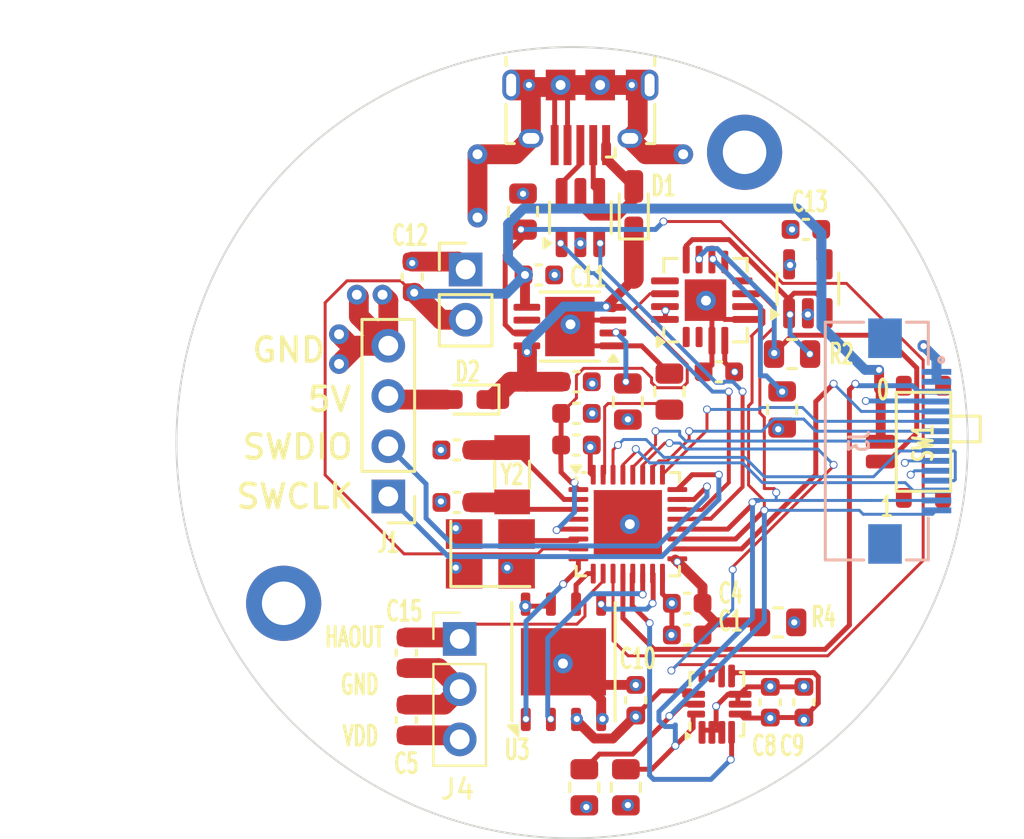
<source format=kicad_pcb>
(kicad_pcb (version 20240108) (generator "pcbnew") (generator_version "8.0")
  (layers (0 "F.Cu" signal) (1 "In1.Cu" power "GND") (2 "In2.Cu" power "VDD") (31 "B.Cu" signal) (34 "B.Paste" user) (35 "F.Paste" user) (36 "B.SilkS" user "B.Silkscreen") (37 "F.SilkS" user "F.Silkscreen") (38 "B.Mask" user) (39 "F.Mask" user) (44 "Edge.Cuts" user))
  (net 0 "")
  (net 1 "GND")
  (net 2 "VIN")
  (net 3 "SWCLK")
  (net 4 "SWDIO")
  (net 5 "TP_INT")
  (net 6 "OSC32_OUT")
  (net 7 "LCD_MOSI")
  (net 8 "OSC32_IN")
  (net 9 "CLKIN")
  (net 12 "GYRO_INT1")
  (net 13 "GYRO_INT2")
  (net 14 "LCD_RS")
  (net 15 "LCD_NSS")
  (net 16 "CHARGE")
  (net 17 "BAT")
  (net 18 "Net-(U4-PROG)")
  (net 19 "Net-(U5-BYP)")
  (net 20 "LCD_SCK")
  (net 21 "Net-(U1-PH3)")
  (net 22 "I2C1_SCL")
  (net 23 "LCD_RST")
  (net 24 "LEDA")
  (net 25 "I2C1_SDA")
  (net 26 "Net-(D1-A)")
  (net 28 "Net-(U6-PV)")
  (net 31 "QUADSPI_IO0")
  (net 32 "QUADSPI_NCS")
  (net 33 "QUADSPI_IO1")
  (net 34 "QUADSPI_CLK")
  (net 35 "HEARTBEAT_AOUT")
  (net 36 "VDD")
  (net 37 "Net-(D2-A)")
  (net 40 "BATSHUNTH")
  (net 42 "Net-(J5-D+)")
  (net 43 "Net-(J5-D-)")
  (net 45 "VDDSHUNTL")
  (net 46 "BATSHUNTL")
  (net 47 "USB_D+")
  (net 48 "USB_D-")
  (footprint "Capacitor_SMD:C_0603_1608Metric" (layer "F.Cu") (at 155.8 85.5 180)
    (property "Reference" "C11")
    (property "Value" "4.7uf")
  )
  (footprint "Connector_USB:USB_Micro-B_Amphenol_10118194_Horizontal" (layer "F.Cu") (at 157.9 77.2 180)
    (property "Reference" "J5" (hide yes))
    (property "Value" "USB_B_Micro")
  )
  (footprint "MountingHole:MountingHole_2.2mm_M2_DIN965_Pad" (layer "F.Cu") (at 142.9 102.1)
    (property "Reference" "REF**" (hide yes))
    (property "Value" "MountingHole_2.2mm_M2_DIN965_Pad")
  )
  (footprint "Package_LGA:LGA-14_3x2.5mm_P0.5mm_LayoutBorder3x4y" (layer "F.Cu") (at 164.8 107.2 90)
    (property "Reference" "U2" (hide yes))
    (property "Value" "LSM6DS3")
  )
  (footprint "Capacitor_SMD:C_0603_1608Metric" (layer "F.Cu") (at 149.1 104.6 -90)
    (property "Reference" "C15")
    (property "Value" "100nf")
  )
  (footprint "Resistor_SMD:R_0805_2012Metric" (layer "F.Cu") (at 158.1 111.4 90)
    (property "Reference" "R5" (hide yes))
    (property "Value" "4.7k")
  )
  (footprint "Capacitor_SMD:C_0603_1608Metric" (layer "F.Cu") (at 169.3 83.2 180)
    (property "Reference" "C13")
    (property "Value" "4.7uf")
  )
  (footprint "Resistor_SMD:R_0805_2012Metric" (layer "F.Cu") (at 155 82.3 -90)
    (property "Reference" "R10" (hide yes))
    (property "Value" "4.7k")
  )
  (footprint "Resistor_SMD:R_0805_2012Metric" (layer "F.Cu") (at 160.3 91.9 -90)
    (property "Reference" "R1" (hide yes))
    (property "Value" "15k")
  )
  (footprint "Capacitor_SMD:C_0603_1608Metric" (layer "F.Cu") (at 151.65 97 180)
    (property "Reference" "C6" (hide yes))
    (property "Value" "9pf")
  )
  (footprint "Package_SO:MSOP-8-1EP_3x3mm_P0.65mm_EP2.5x3mm_Mask1.73x2.36mm" (layer "F.Cu") (at 157.37 88.11 180)
    (property "Reference" "U4" (hide yes))
    (property "Value" "TP4056")
  )
  (footprint "Resistor_SMD:R_0805_2012Metric" (layer "F.Cu") (at 160.2 111.4 90)
    (property "Reference" "R6" (hide yes))
    (property "Value" "4.7k")
  )
  (footprint "Capacitor_SMD:C_0603_1608Metric" (layer "F.Cu") (at 167.5 107.1 -90)
    (property "Reference" "C8")
    (property "Value" "100nf")
  )
  (footprint "Package_TO_SOT_SMD:TSOT-23-5" (layer "F.Cu") (at 169.4 86.2 90)
    (property "Reference" "U5" (hide yes))
    (property "Value" "LT1761-3.3")
  )
  (footprint "Capacitor_SMD:C_0603_1608Metric" (layer "F.Cu") (at 163.3 102.1)
    (property "Reference" "C4")
    (property "Value" "100nf")
  )
  (footprint "" (layer "F.Cu") (at 166.2 79.3)
    (property "Reference" "")
    (property "Value" "")
  )
  (footprint "Connector_PinHeader_2.54mm:PinHeader_1x04_P2.54mm_Vertical" (layer "F.Cu") (at 148.19 96.7 180)
    (property "Reference" "J1")
    (property "Value" "Serial wire/Charging")
  )
  (footprint "Crystal:Crystal_SMD_3215-2Pin_3.2x1.5mm" (layer "F.Cu") (at 154.45 95.6 -90)
    (property "Reference" "Y2")
    (property "Value" "LSE 32khz")
  )
  (footprint "Package_TO_SOT_SMD:SOT-23-6" (layer "F.Cu") (at 157.9 82.6 90)
    (property "Reference" "U8" (hide yes))
    (property "Value" "USBLC6-2SC6")
  )
  (footprint "Package_SON:WSON-8-1EP_6x5mm_P1.27mm_EP3.4x4.3mm" (layer "F.Cu") (at 157.04575 105.05675 90)
    (property "Reference" "U3")
    (property "Value" "W25Q128JVPIQ")
  )
  (footprint "Capacitor_SMD:C_0603_1608Metric" (layer "F.Cu") (at 163.3 103.7)
    (property "Reference" "C1")
    (property "Value" "4.7uf")
  )
  (footprint "Package_DFN_QFN:Texas_RGV0016A_VQFN-16-1EP_4x4mm_P0.65mm_EP2.1x2.1mm" (layer "F.Cu") (at 164.225 86.775 90)
    (property "Reference" "U6" (hide yes))
    (property "Value" "INA3221")
  )
  (footprint "Resistor_SMD:R_0805_2012Metric" (layer "F.Cu") (at 167.9 103.065)
    (property "Reference" "R4")
    (property "Value" "1R")
  )
  (footprint "Crystal:Crystal_SMD_3225-4Pin_3.2x2.5mm" (layer "F.Cu") (at 153.35 99.6)
    (property "Reference" "X2" (hide yes))
    (property "Value" "20Mhz")
  )
  (footprint "Capacitor_SMD:C_0603_1608Metric" (layer "F.Cu") (at 149.1 108 -90)
    (property "Reference" "C5")
    (property "Value" "100nf")
  )
  (footprint "Capacitor_SMD:C_0603_1608Metric" (layer "F.Cu") (at 157.7 94.1 180)
    (property "Reference" "C3" (hide yes))
    (property "Value" "100nf")
  )
  (footprint "Capacitor_SMD:C_0603_1608Metric" (layer "F.Cu") (at 157.7 90.9 180)
    (property "Reference" "C16" (hide yes))
    (property "Value" "100nf")
  )
  (footprint "Package_DFN_QFN:QFN-32-1EP_5x5mm_P0.5mm_EP3.45x3.45mm" (layer "F.Cu") (at 160.3 98.1)
    (property "Reference" "U1" (hide yes))
    (property "Value" "STM32L432KBUx")
  )
  (footprint "Diode_SMD:D_0603_1608Metric" (layer "F.Cu") (at 160.6 82.2 90)
    (property "Reference" "D1")
    (property "Value" "D")
  )
  (footprint "Resistor_SMD:R_0805_2012Metric" (layer "F.Cu") (at 168.1 92.3 -90)
    (property "Reference" "R3" (hide yes))
    (property "Value" "10k")
  )
  (footprint "MyButtons:MSK12CO2" (layer "F.Cu") (at 167.646 94.6592 90)
    (property "Reference" "SW1")
    (property "Value" "SW_SPDT")
  )
  (footprint "Capacitor_SMD:C_0603_1608Metric" (layer "F.Cu") (at 157.7 92.5 180)
    (property "Reference" "C2" (hide yes))
    (property "Value" "100nf")
  )
  (footprint "Capacitor_SMD:C_0603_1608Metric" (layer "F.Cu") (at 151.65 94.35 180)
    (property "Reference" "C7" (hide yes))
    (property "Value" "9pf")
  )
  (footprint "Capacitor_SMD:C_0603_1608Metric" (layer "F.Cu") (at 169.2 107.1 -90)
    (property "Reference" "C9")
    (property "Value" "100nf")
  )
  (footprint "Connector_PinHeader_2.54mm:PinHeader_1x03_P2.54mm_Vertical" (layer "F.Cu") (at 151.8 103.9)
    (property "Reference" "J4")
    (property "Value" "Conn_01x03")
  )
  (footprint "Connector_PinHeader_2.54mm:PinHeader_1x02_P2.54mm_Vertical" (layer "F.Cu") (at 152.1 85.225)
    (property "Reference" "J2" (hide yes))
    (property "Value" "Battery input")
  )
  (footprint "Diode_SMD:D_0603_1608Metric" (layer "F.Cu") (at 152.3 91.8 180)
    (property "Reference" "D2")
    (property "Value" "D")
  )
  (footprint "Capacitor_SMD:C_0603_1608Metric" (layer "F.Cu") (at 149.4 85.6 90)
    (property "Reference" "C12")
    (property "Value" "4.7uf")
  )
  (footprint "Capacitor_SMD:C_0603_1608Metric" (layer "F.Cu") (at 160.7 107 -90)
    (property "Reference" "C10")
    (property "Value" "100nf")
  )
  (footprint "Resistor_SMD:R_0805_2012Metric" (layer "F.Cu") (at 162.4 91.4 -90)
    (property "Reference" "R7" (hide yes))
    (property "Value" "[Jumper]")
  )
  (footprint "Capacitor_SMD:C_0603_1608Metric" (layer "F.Cu") (at 164.9 90.4 180)
    (property "Reference" "C14" (hide yes))
    (property "Value" "100nf")
  )
  (footprint "Resistor_SMD:R_0805_2012Metric" (layer "F.Cu") (at 168.6 89.5)
    (property "Reference" "R2")
    (property "Value" "1R")
  )
  (footprint "MyButtons:FPC-SMD_15P-P0.50_KH-FG0.5-H2.0-15P-SMT" (layer "B.Cu") (at 174.6 93.9 90)
    (property "Reference" "J3")
    (property "Value" "Conn_01x15" (hide yes))
  )
  (gr_circle (center 157.48 93.98) (end 177.48 93.98) (stroke (width 0.1)) (fill none) (layer "Edge.Cuts"))
  (gr_text "GND" (at 145.7 106.8 0) (layer "F.SilkS") (effects (font (size 1 0.62) (thickness 0.153) (bold yes)) (justify left bottom)))
  (gr_text "1" (at 173 97.8 0) (layer "F.SilkS") (effects (font (size 1 0.62) (thickness 0.153) (bold yes)) (justify left bottom)))
  (gr_text "GND" (at 141.2 90 0) (layer "F.SilkS") (effects (font (size 1.2 1.2) (thickness 0.2) (bold yes)) (justify left bottom)))
  (gr_text "SWDIO\n" (at 140.7 94.9 0) (layer "F.SilkS") (effects (font (size 1.2 1.2) (thickness 0.2) (bold yes)) (justify left bottom)))
  (gr_text "5V" (at 144 92.5 0) (layer "F.SilkS") (effects (font (size 1.2 1.2) (thickness 0.2) (bold yes)) (justify left bottom)))
  (gr_text "0" (at 172.8 91.9 0) (layer "F.SilkS") (effects (font (size 1 0.62) (thickness 0.153) (bold yes)) (justify left bottom)))
  (gr_text "SWCLK" (at 140.4 97.4 0) (layer "F.SilkS") (effects (font (size 1.2 1.2) (thickness 0.2) (bold yes)) (justify left bottom)))
  (gr_text "HAOUT" (at 144.9 104.4 0) (layer "F.SilkS") (effects (font (size 1 0.62) (thickness 0.153) (bold yes)) (justify left bottom)))
  (gr_text "VDD" (at 145.8 109.4 0) (layer "F.SilkS") (effects (font (size 1 0.62) (thickness 0.153) (bold yes)) (justify left bottom)))
  (segment (start 160.8 75.9) (end 158.9 75.9) (width 1) (layer "F.Cu") (net 1))
  (segment (start 148.19 89.08) (end 148.19 86.79) (width 1) (layer "F.Cu") (net 1))
  (segment (start 151.015 107.225) (end 151.8 106.44) (width 1) (layer "F.Cu") (net 1))
  (segment (start 151.7 84.825) (end 152.1 85.225) (width 1) (layer "F.Cu") (net 1))
  (segment (start 155.4 76) (end 156.8 76) (width 1) (layer "F.Cu") (net 1))
  (segment (start 148.19 89.08) (end 146.7 87.59) (width 1) (layer "F.Cu") (net 1))
  (segment (start 148.19 89.08) (end 146.62 89.08) (width 1) (layer "F.Cu") (net 1))
  (segment (start 163.9 87.1) (end 164.225 86.775) (width 0.25) (layer "F.Cu") (net 1))
  (segment (start 152.7 79.4) (end 154.6 79.4) (width 1) (layer "F.Cu") (net 1))
  (segment (start 160.8 75.9) (end 160.8 78.2) (width 1) (layer "F.Cu") (net 1))
  (segment (start 158.4 94.2) (end 158.4 95.5125) (width 0.25) (layer "F.Cu") (net 1))
  (segment (start 150.735 105.375) (end 151.8 106.44) (width 1) (layer "F.Cu") (net 1))
  (segment (start 163.1 79.4) (end 161.2 79.4) (width 1) (layer "F.Cu") (net 1))
  (segment (start 165.3625 106.7) (end 164.7625 107.3) (width 0.25) (layer "F.Cu") (net 1))
  (segment (start 165.2 87.75) (end 164.225 86.775) (width 0.25) (layer "F.Cu") (net 1))
  (segment (start 162.05 100.5375) (end 162.05 101.625) (width 0.25) (layer "F.Cu") (net 1))
  (segment (start 149.1 105.375) (end 150.735 105.375) (width 1) (layer "F.Cu") (net 1))
  (segment (start 165.862 106.7) (end 165.862 107.2) (width 0.25) (layer "F.Cu") (net 1))
  (segment (start 160.9975 89.085) (end 159.545 89.085) (width 0.25) (layer "F.Cu") (net 1))
  (segment (start 158.95075 106.96175) (end 157.04575 105.05675) (width 0.5) (layer "F.Cu") (net 1))
  (segment (start 164.55 87.1) (end 164.55 88.825) (width 0.25) (layer "F.Cu") (net 1))
  (segment (start 157.695 87.785) (end 157.37 88.11) (width 0.25) (layer "F.Cu") (net 1))
  (segment (start 146.7 86.6) (end 146.6 86.5) (width 1) (layer "F.Cu") (net 1))
  (segment (start 156.8 76) (end 156.9 75.9) (width 1) (layer "F.Cu") (net 1))
  (segment (start 158.345 89.085) (end 157.37 88.11) (width 0.25) (layer "F.Cu") (net 1))
  (segment (start 164.7625 107.3) (end 164.7625 108.2265) (width 0.25) (layer "F.Cu") (net 1))
  (segment (start 167.5 106.325) (end 166.3363 106.325) (width 0.25) (layer "F.Cu") (net 1))
  (segment (start 160.8 78.2) (end 160.4 78.6) (width 1) (layer "F.Cu") (net 1))
  (segment (start 166.3363 106.325) (end 165.9613 106.7) (width 0.25) (layer "F.Cu") (net 1))
  (segment (start 146.7 87.59) (end 146.7 86.6) (width 1) (layer "F.Cu") (net 1))
  (segment (start 146.28 89.08) (end 145.7 88.5) (width 1) (layer "F.Cu") (net 1))
  (segment (start 164.55 90.05) (end 164.2 90.4) (width 0.25) (layer "F.Cu") (net 1))
  (segment (start 162.525 102.1) (end 162.525 103.7) (width 0.25) (layer "F.Cu") (net 1))
  (segment (start 149.1 107.225) (end 151.015 107.225) (width 1) (layer "F.Cu") (net 1))
  (segment (start 160.7 106.225) (end 158.214 106.225) (width 0.5) (layer "F.Cu") (net 1))
  (segment (start 162.05 101.625) (end 162.525 102.1) (width 0.25) (layer "F.Cu") (net 1))
  (segment (start 146.62 89.08) (end 145.7 90) (width 1) (layer "F.Cu") (net 1))
  (segment (start 164.05 108.514) (end 164.55 108.514) (width 0.25) (layer "F.Cu") (net 1))
  (segment (start 164.225 86.775) (end 164.55 87.1) (width 0.25) (layer "F.Cu") (net 1))
  (segment (start 164.7625 108.2265) (end 165.05 108.514) (width 0.25) (layer "F.Cu") (net 1))
  (segment (start 152.7 82.6) (end 152.7 79.4) (width 1) (layer "F.Cu") (net 1))
  (segment (start 165.05 108.514) (end 164.55 108.514) (width 0.25) (layer "F.Cu") (net 1))
  (segment (start 156.6 78.9375) (end 156.6 76.2) (width 0.25) (layer "F.Cu") (net 1))
  (segment (start 158.95075 107.96925) (end 158.95075 106.96175) (width 0.5) (layer "F.Cu") (net 1))
  (segment (start 162.4 90.4875) (end 160.9975 89.085) (width 0.25) (layer "F.Cu") (net 1))
  (segment (start 155.4 78.6) (end 155.4 76) (width 1) (layer "F.Cu") (net 1))
  (segment (start 169.2 106.325) (end 167.5 106.325) (width 0.25) (layer "F.Cu") (net 1))
  (segment (start 156.9 75.9) (end 156.6 76.2) (width 0.25) (layer "F.Cu") (net 1))
  (segment (start 165.862 106.7) (end 165.3625 106.7) (width 0.25) (layer "F.Cu") (net 1))
  (segment (start 158.9 75.9) (end 156.9 75.9) (width 1) (layer "F.Cu") (net 1))
  (segment (start 159.545 87.785) (end 157.695 87.785) (width 0.25) (layer "F.Cu") (net 1))
  (segment (start 157.25 78.9375) (end 157.25 76.25) (width 0.25) (layer "F.Cu") (net 1))
  (segment (start 161.2 79.4) (end 160.4 78.6) (width 1) (layer "F.Cu") (net 1))
  (segment (start 149.4 84.825) (end 151.7 84.825) (width 1) (layer "F.Cu") (net 1))
  (segment (start 154.6 79.4) (end 155.4 78.6) (width 1) (layer "F.Cu") (net 1))
  (segment (start 158.214 106.225) (end 157.04575 105.05675) (width 0.5) (layer "F.Cu") (net 1))
  (segment (start 157.25 76.25) (end 157.3 76.2) (width 0.25) (layer "F.Cu") (net 1))
  (segment (start 166.275 87.75) (end 165.2 87.75) (width 0.25) (layer "F.Cu") (net 1))
  (segment (start 148.19 89.08) (end 146.28 89.08) (width 1) (layer "F.Cu") (net 1))
  (segment (start 148.19 86.79) (end 147.9 86.5) (width 1) (layer "F.Cu") (net 1))
  (segment (start 159.545 89.085) (end 158.345 89.085) (width 0.25) (layer "F.Cu") (net 1))
  (segment (start 155.4 76) (end 155.3 75.9) (width 1) (layer "F.Cu") (net 1))
  (segment (start 158.4 95.5125) (end 158.55 95.6625) (width 0.25) (layer "F.Cu") (net 1))
  (segment (start 164.55 88.825) (end 164.55 90.05) (width 0.25) (layer "F.Cu") (net 1))
  (via (at 174.6 95.6) (size 0.4) (drill 0.3) (layers "F.Cu" "B.Cu") (net 1))
  (via (at 157.9 83.9) (size 0.62) (drill 0.31) (layers "F.Cu" "B.Cu") (net 1))
  (via (at 160.4 98.1) (size 1) (drill 0.5) (layers "F.Cu" "B.Cu") (net 1))
  (via (at 152.7 82.6) (size 1) (drill 0.5) (layers "F.Cu" "B.Cu") (net 1))
  (via (at 158.4 94.2) (size 0.62) (drill 0.31) (layers "F.Cu" "B.Cu") (net 1))
  (via (at 164.25 86.8) (size 1) (drill 0.5) (layers "F.Cu" "B.Cu") (net 1))
  (via (at 162.525 102.1) (size 0.62) (drill 0.31) (layers "F.Cu" "B.Cu") (net 1))
  (via (at 158.5 92.5) (size 0.62) (drill 0.31) (layers "F.Cu" "B.Cu") (net 1))
  (via (at 150.85 96.95) (size 0.62) (drill 0.31) (layers "F.Cu" "B.Cu") (net 1))
  (via (at 158.5 91) (size 0.62) (drill 0.31) (layers "F.Cu" "B.Cu") (net 1))
  (via (at 156.6 85.5) (size 0.62) (drill 0.31) (layers "F.Cu" "B.Cu") (net 1))
  (via (at 146.6 86.5) (size 1) (drill 0.5) (layers "F.Cu" "B.Cu") (net 1))
  (via (at 160.3 92.8) (size 0.62) (drill 0.31) (layers "F.Cu" "B.Cu") (net 1))
  (via (at 163.1 79.4) (size 1) (drill 0.5) (layers "F.Cu" "B.Cu") (net 1))
  (via (at 145.7 90) (size 1) (drill 0.5) (layers "F.Cu" "B.Cu") (net 1))
  (via (at 164.7625 107.3) (size 0.4) (drill 0.3) (layers "F.Cu" "B.Cu") (net 1))
  (via (at 158.9 75.9) (size 1) (drill 0.5) (layers "F.Cu" "B.Cu") (net 1))
  (via (at 155.3 75.9) (size 0.62) (drill 0.31) (layers "F.Cu" "B.Cu") (net 1))
  (via (at 147.9 86.5) (size 1) (drill 0.5) (layers "F.Cu" "B.Cu") (net 1))
  (via (at 169.4 87.5) (size 0.62) (drill 0.31) (layers "F.Cu" "B.Cu") (net 1))
  (via (at 168.6 83.2) (size 0.62) (drill 0.31) (layers "F.Cu" "B.Cu") (net 1))
  (via (at 169.2 106.3) (size 0.62) (drill 0.31) (layers "F.Cu" "B.Cu") (net 1))
  (via (at 152.7 79.4) (size 1) (drill 0.5) (layers "F.Cu" "B.Cu") (net 1))
  (via (at 157.02075 105.14425) (size 1) (drill 0.5) (layers "F.Cu" "B.Cu") (net 1))
  (via (at 145.7 88.5) (size 1) (drill 0.5) (layers "F.Cu" "B.Cu") (net 1))
  (via (at 175.25 89.1) (size 0.62) (drill 0.31) (layers "F.Cu" "B.Cu") (net 1))
  (via (at 159.02075 107.94425) (size 0.62) (drill 0.31) (layers "F.Cu" "B.Cu") (net 1))
  (via (at 160.5 75.9) (size 0.62) (drill 0.31) (layers "F.Cu" "B.Cu") (net 1))
  (via (at 150.85 94.35) (size 0.62) (drill 0.31) (layers "F.Cu" "B.Cu") (net 1))
  (via (at 149.4 84.9) (size 0.62) (drill 0.31) (layers "F.Cu" "B.Cu") (net 1))
  (via (at 154.2 100.3) (size 0.62) (drill 0.31) (layers "F.Cu" "B.Cu") (net 1))
  (via (at 162.5 103.7) (size 0.62) (drill 0.31) (layers "F.Cu" "B.Cu") (net 1))
  (via (at 160.7 106.23) (size 0.62) (drill 0.31) (layers "F.Cu" "B.Cu") (net 1))
  (via (at 156.9 75.9) (size 1) (drill 0.5) (layers "F.Cu" "B.Cu") (net 1))
  (via (at 167.5 106.3) (size 0.62) (drill 0.31) (layers "F.Cu" "B.Cu") (net 1))
  (via (at 157.4 88) (size 1) (drill 0.5) (layers "F.Cu" "B.Cu") (net 1))
  (segment (start 174.6 95.6) (end 174.800025 95.399975) (width 0.15) (layer "B.Cu") (net 1))
  (segment (start 175.25 89.1) (end 175.9 89.75) (width 0.5) (layer "B.Cu") (net 1))
  (segment (start 175.9 89.75) (end 175.9 90.39995) (width 0.5) (layer "B.Cu") (net 1))
  (segment (start 174.800025 95.399975) (end 175.900025 95.399975) (width 0.15) (layer "B.Cu") (net 1))
  (segment (start 175.9 90.39995) (end 175.900025 90.399975) (width 0.5) (layer "B.Cu") (net 1))
  (segment (start 175.900025 90.399975) (end 175.900025 90.75) (width 0.5) (layer "B.Cu") (net 1))
  (segment (start 159.545 86.755) (end 160.6 85.7) (width 0.5) (layer "F.Cu") (net 2))
  (segment (start 155.2 90.9) (end 156.925 90.9) (width 1) (layer "F.Cu") (net 2))
  (segment (start 160.6 83.375) (end 160.6 85.7) (width 1) (layer "F.Cu") (net 2))
  (segment (start 154.375 90.9) (end 155.2 90.9) (width 1) (layer "F.Cu") (net 2))
  (segment (start 155.2 89.4) (end 155.2 89.5) (width 1) (layer "F.Cu") (net 2))
  (segment (start 153.475 91.8) (end 154.375 90.9) (width 1) (layer "F.Cu") (net 2))
  (segment (start 159.2 87.1) (end 159.545 86.755) (width 0.5) (layer "F.Cu") (net 2))
  (segment (start 159.545 87.135) (end 159.2 87.1) (width 0.5) (layer "F.Cu") (net 2))
  (segment (start 155.2 90.9) (end 155.2 89.4) (width 1) (layer "F.Cu") (net 2))
  (via (at 155.2 89.4) (size 0.4) (drill 0.3) (layers "F.Cu" "B.Cu") (net 2))
  (via (at 159.2 87.1) (size 0.4) (drill 0.3) (layers "F.Cu" "B.Cu") (net 2))
  (segment (start 157.059734 87.1) (end 155.2 88.959734) (width 0.5) (layer "B.Cu") (net 2))
  (segment (start 159.2 87.1) (end 157.059734 87.1) (width 0.5) (layer "B.Cu") (net 2))
  (segment (start 155.2 88.959734) (end 155.2 89.4) (width 0.5) (layer "B.Cu") (net 2))
  (segment (start 163.55 95.6) (end 162.8 96.35) (width 0.25) (layer "F.Cu") (net 3))
  (segment (start 164.9 95.6) (end 163.55 95.6) (width 0.25) (layer "F.Cu") (net 3))
  (via (at 164.9 95.6) (size 0.4) (drill 0.3) (layers "F.Cu" "B.Cu") (net 3))
  (segment (start 164.9 95.6) (end 164.9 96.848119) (width 0.25) (layer "B.Cu") (net 3))
  (segment (start 151.228 99.738) (end 148.19 96.7) (width 0.25) (layer "B.Cu") (net 3))
  (segment (start 164.9 96.848119) (end 162.010119 99.738) (width 0.25) (layer "B.Cu") (net 3))
  (segment (start 162.010119 99.738) (end 151.228 99.738) (width 0.25) (layer "B.Cu") (net 3))
  (segment (start 163.65 96.85) (end 164.3 96.2) (width 0.25) (layer "F.Cu") (net 4))
  (segment (start 162.8 96.85) (end 163.65 96.85) (width 0.25) (layer "F.Cu") (net 4))
  (via (at 164.3 96.2) (size 0.4) (drill 0.3) (layers "F.Cu" "B.Cu") (net 4))
  (segment (start 150.1 97.8) (end 150.1 96.07) (width 0.25) (layer "B.Cu") (net 4))
  (segment (start 161.8 99.2) (end 151.5 99.2) (width 0.25) (layer "B.Cu") (net 4))
  (segment (start 151.5 99.2) (end 150.1 97.8) (width 0.25) (layer "B.Cu") (net 4))
  (segment (start 164.3 96.7) (end 161.8 99.2) (width 0.25) (layer "B.Cu") (net 4))
  (segment (start 164.3 96.2) (end 164.3 96.7) (width 0.25) (layer "B.Cu") (net 4))
  (segment (start 150.1 96.07) (end 148.19 94.16) (width 0.25) (layer "B.Cu") (net 4))
  (segment (start 160.05 95.100001) (end 160.05 95.6) (width 0.15) (layer "F.Cu") (net 5))
  (segment (start 160.7 94.3) (end 160.7 94.450001) (width 0.15) (layer "F.Cu") (net 5))
  (segment (start 160.7 94.450001) (end 160.05 95.100001) (width 0.15) (layer "F.Cu") (net 5))
  (via (at 160.7 94.3) (size 0.4) (drill 0.3) (layers "F.Cu" "B.Cu") (net 5))
  (segment (start 161.4 95) (end 166.1 95) (width 0.15) (layer "B.Cu") (net 5))
  (segment (start 174.722566 96.399975) (end 175.900025 96.399975) (width 0.15) (layer "B.Cu") (net 5))
  (segment (start 167.1 96) (end 174.322591 96) (width 0.15) (layer "B.Cu") (net 5))
  (segment (start 166.1 95) (end 167.1 96) (width 0.15) (layer "B.Cu") (net 5))
  (segment (start 174.322591 96) (end 174.722566 96.399975) (width 0.15) (layer "B.Cu") (net 5))
  (segment (start 160.7 94.3) (end 161.4 95) (width 0.15) (layer "B.Cu") (net 5))
  (segment (start 157.8 97.35) (end 154.825 97.35) (width 0.25) (layer "F.Cu") (net 6))
  (segment (start 154.425 97) (end 154.45 96.975) (width 1) (layer "F.Cu") (net 6))
  (segment (start 154.825 97.35) (end 154.45 96.975) (width 0.25) (layer "F.Cu") (net 6))
  (segment (start 152.425 97) (end 154.425 97) (width 1) (layer "F.Cu") (net 6))
  (segment (start 161.7 93.4) (end 161.7 94.074208) (width 0.15) (layer "F.Cu") (net 7))
  (segment (start 161.7 94.074208) (end 160.55 95.224208) (width 0.15) (layer "F.Cu") (net 7))
  (segment (start 160.55 95.224208) (end 160.55 95.6) (width 0.15) (layer "F.Cu") (net 7))
  (via (at 161.7 93.4) (size 0.4) (drill 0.3) (layers "F.Cu" "B.Cu") (net 7))
  (segment (start 163.222566 93.899975) (end 175.900025 93.899975) (width 0.15) (layer "B.Cu") (net 7))
  (segment (start 162.921 93.598409) (end 163.222566 93.899975) (width 0.15) (layer "B.Cu") (net 7))
  (segment (start 162.921 93.4) (end 162.921 93.598409) (width 0.15) (layer "B.Cu") (net 7))
  (segment (start 161.7 93.4) (end 162.921 93.4) (width 0.15) (layer "B.Cu") (net 7))
  (segment (start 152.425 94.35) (end 154.325 94.35) (width 1) (layer "F.Cu") (net 8))
  (segment (start 157.075 96.85) (end 154.45 94.225) (width 0.25) (layer "F.Cu") (net 8))
  (segment (start 157.8 96.85) (end 157.075 96.85) (width 0.25) (layer "F.Cu") (net 8))
  (segment (start 154.325 94.35) (end 154.45 94.225) (width 1) (layer "F.Cu") (net 8))
  (segment (start 154.675 98.6) (end 155.004 98.929) (width 0.25) (layer "F.Cu") (net 9))
  (segment (start 155.004 98.929) (end 157.721 98.929) (width 0.25) (layer "F.Cu") (net 9))
  (segment (start 157.721 98.929) (end 157.8 98.85) (width 0.25) (layer "F.Cu") (net 9))
  (segment (start 160.521 102.221) (end 160.521 100.629) (width 0.25) (layer "F.Cu") (net 12))
  (segment (start 160.521 100.629) (end 160.55 100.6) (width 0.25) (layer "F.Cu") (net 12))
  (segment (start 165.5447 109.9553) (end 165.5 110) (width 0.25) (layer "F.Cu") (net 12))
  (segment (start 161.4 103.1) (end 160.521 102.221) (width 0.25) (layer "F.Cu") (net 12))
  (segment (start 165.5447 108.625) (end 165.5447 109.9553) (width 0.25) (layer "F.Cu") (net 12))
  (via (at 161.4 103.1) (size 0.4) (drill 0.3) (layers "F.Cu" "B.Cu") (net 12))
  (via (at 165.5 110) (size 0.4) (drill 0.3) (layers "F.Cu" "B.Cu") (net 12))
  (segment (start 161.4 103.1) (end 161.4 110.8) (width 0.25) (layer "B.Cu") (net 12))
  (segment (start 161.4 110.8) (end 161.6 111) (width 0.25) (layer "B.Cu") (net 12))
  (segment (start 164.5 111) (end 165.5 110) (width 0.25) (layer "B.Cu") (net 12))
  (segment (start 161.6 111) (end 164.5 111) (width 0.25) (layer "B.Cu") (net 12))
  (segment (start 162.799999 105.200001) (end 165.0407 105.200001) (width 0.15) (layer "F.Cu") (net 13))
  (segment (start 162.5 105.5) (end 162.799999 105.200001) (width 0.15) (layer "F.Cu") (net 13))
  (segment (start 161.05 95.115946) (end 162.165946 94) (width 0.15) (layer "F.Cu") (net 13))
  (segment (start 162.165946 94) (end 162.4 94) (width 0.15) (layer "F.Cu") (net 13))
  (segment (start 170.7 95.162448) (end 165.6 100.262448) (width 0.15) (layer "F.Cu") (net 13))
  (segment (start 165.6 100.262448) (end 165.6 100.4) (width 0.15) (layer "F.Cu") (net 13))
  (segment (start 165.6 100.4) (end 165.6 100.5) (width 0.15) (layer "F.Cu") (net 13))
  (segment (start 161.05 95.6) (end 161.05 95.115946) (width 0.15) (layer "F.Cu") (net 13))
  (segment (start 170.7 95.1) (end 170.7 95.162448) (width 0.15) (layer "F.Cu") (net 13))
  (segment (start 165.0407 105.200001) (end 165.0407 105.775) (width 0.15) (layer "F.Cu") (net 13))
  (via (at 170.7 95.1) (size 0.4) (drill 0.3) (layers "F.Cu" "B.Cu") (net 13))
  (via (at 165.6 100.4) (size 0.4) (drill 0.3) (layers "F.Cu" "B.Cu") (net 13))
  (via (at 162.5 105.5) (size 0.4) (drill 0.3) (layers "F.Cu" "B.Cu") (net 13))
  (via (at 162.4 94) (size 0.4) (drill 0.3) (layers "F.Cu" "B.Cu") (net 13))
  (segment (start 162.4 94) (end 162.930853 94) (width 0.15) (layer "B.Cu") (net 13))
  (segment (start 165.6 100.4) (end 165.6 102.4) (width 0.15) (layer "B.Cu") (net 13))
  (segment (start 163.230853 94.3) (end 169.9 94.3) (width 0.15) (layer "B.Cu") (net 13))
  (segment (start 162.930853 94) (end 163.230853 94.3) (width 0.15) (layer "B.Cu") (net 13))
  (segment (start 165.6 102.4) (end 162.5 105.5) (width 0.15) (layer "B.Cu") (net 13))
  (segment (start 169.9 94.3) (end 170.7 95.1) (width 0.15) (layer "B.Cu") (net 13))
  (segment (start 169.8 95.6) (end 166.05 99.35) (width 0.25) (layer "F.Cu") (net 14))
  (segment (start 166.05 99.35) (end 162.8 99.35) (width 0.25) (layer "F.Cu") (net 14))
  (segment (start 169.8 91.9) (end 169.8 95.6) (width 0.25) (layer "F.Cu") (net 14))
  (segment (start 170.7 91) (end 169.8 91.9) (width 0.25) (layer "F.Cu") (net 14))
  (via (at 170.7 91) (size 0.4) (drill 0.3) (layers "F.Cu" "B.Cu") (net 14))
  (segment (start 172.099975 92.399975) (end 175.900025 92.399975) (width 0.15) (layer "B.Cu") (net 14))
  (segment (start 170.7 91) (end 172.099975 92.399975) (width 0.15) (layer "B.Cu") (net 14))
  (segment (start 164.3 93.35) (end 162.05 95.6) (width 0.15) (layer "F.Cu") (net 15))
  (segment (start 164.3 92.3) (end 164.3 93.35) (width 0.15) (layer "F.Cu") (net 15))
  (via (at 164.3 92.3) (size 0.4) (drill 0.3) (layers "F.Cu" "B.Cu") (net 15))
  (segment (start 169.121 92.2) (end 169.820975 92.899975) (width 0.15) (layer "B.Cu") (net 15))
  (segment (start 166.9 92.3) (end 167 92.2) (width 0.15) (layer "B.Cu") (net 15))
  (segment (start 164.3 92.3) (end 166.9 92.3) (width 0.15) (layer "B.Cu") (net 15))
  (segment (start 167 92.2) (end 169.121 92.2) (width 0.15) (layer "B.Cu") (net 15))
  (segment (start 169.820975 92.899975) (end 175.900025 92.899975) (width 0.15) (layer "B.Cu") (net 15))
  (segment (start 154.520001 88.435) (end 155.195 88.435) (width 0.25) (layer "F.Cu") (net 16))
  (segment (start 165 82.8) (end 162.1 82.8) (width 0.15) (layer "F.Cu") (net 16))
  (segment (start 155 83.6) (end 154.1 84.5) (width 0.25) (layer "F.Cu") (net 16))
  (segment (start 175.229 99.933448) (end 175.229 89.803078) (width 0.15) (layer "F.Cu") (net 16))
  (segment (start 159.55 103.989896) (end 160.314104 104.754) (width 0.15) (layer "F.Cu") (net 16))
  (segment (start 159.55 100.6) (end 159.55 103.989896) (width 0.15) (layer "F.Cu") (net 16))
  (segment (start 154.1 88.014999) (end 154.520001 88.435) (width 0.25) (layer "F.Cu") (net 16))
  (segment (start 155 83.2125) (end 154.9 83.2) (width 0.25) (layer "F.Cu") (net 16))
  (segment (start 171.352922 85.927) (end 168.127 85.927) (width 0.15) (layer "F.Cu") (net 16))
  (segment (start 154.1 84.5) (end 154.1 88.014999) (width 0.25) (layer "F.Cu") (net 16))
  (segment (start 170.408448 104.754) (end 175.229 99.933448) (width 0.15) (layer "F.Cu") (net 16))
  (segment (start 168.127 85.927) (end 165 82.8) (width 0.15) (layer "F.Cu") (net 16))
  (segment (start 175.229 89.803078) (end 171.352922 85.927) (width 0.15) (layer "F.Cu") (net 16))
  (segment (start 160.314104 104.754) (end 170.408448 104.754) (width 0.15) (layer "F.Cu") (net 16))
  (segment (start 154.9 83.2) (end 155 83.6) (width 0.25) (layer "F.Cu") (net 16))
  (via (at 162.1 82.8) (size 0.4) (drill 0.3) (layers "F.Cu" "B.Cu") (net 16))
  (via (at 154.9 83.2) (size 0.4) (drill 0.3) (layers "F.Cu" "B.Cu") (net 16))
  (segment (start 161.7 83.2) (end 162.1 82.8) (width 0.25) (layer "B.Cu") (net 16))
  (segment (start 154.9 83.2) (end 161.7 83.2) (width 0.25) (layer "B.Cu") (net 16))
  (segment (start 148.823 85.798) (end 149.4 86.375) (width 0.15) (layer "F.Cu") (net 17))
  (segment (start 173.0816 93.932) (end 173.0816 91.356704) (width 0.5) (layer "F.Cu") (net 17))
  (segment (start 144.998 86.902) (end 146.102 85.798) (width 0.15) (layer "F.Cu") (net 17))
  (segment (start 148.986 99.6) (end 144.998 95.612) (width 0.15) (layer "F.Cu") (net 17))
  (segment (start 149.475 86.375) (end 149.5 86.4) (width 0.5) (layer "F.Cu") (net 17))
  (segment (start 144.998 95.612) (end 144.998 86.902) (width 0.15) (layer "F.Cu") (net 17))
  (segment (start 152.1 87.765) (end 150.865 87.765) (width 1) (layer "F.Cu") (net 17))
  (segment (start 149.5 86.4) (end 149.525 86.375) (width 0.5) (layer "F.Cu") (net 17))
  (segment (start 156.004 99.35) (end 155.754 99.6) (width 0.15) (layer "F.Cu") (net 17))
  (segment (start 149.4 86.375) (end 149.475 86.375) (width 0.5) (layer "F.Cu") (net 17))
  (segment (start 173 91.275104) (end 173 90.3) (width 0.5) (layer "F.Cu") (net 17))
  (segment (start 155.754 99.6) (end 148.986 99.6) (width 0.15) (layer "F.Cu") (net 17))
  (segment (start 146.102 85.798) (end 148.823 85.798) (width 0.15) (layer "F.Cu") (net 17))
  (segment (start 155.1 85.5) (end 155.1 87.04) (width 0.5) (layer "F.Cu") (net 17))
  (segment (start 150.865 87.765) (end 149.5 86.4) (width 1) (layer "F.Cu") (net 17))
  (segment (start 173.0816 91.356704) (end 173 91.275104) (width 0.5) (layer "F.Cu") (net 17))
  (segment (start 157.8 99.35) (end 156.004 99.35) (width 0.15) (layer "F.Cu") (net 17))
  (segment (start 173 90.3) (end 173 90.4) (width 0.5) (layer "F.Cu") (net 17))
  (via (at 173 90.3) (size 0.4) (drill 0.3) (layers "F.Cu" "B.Cu") (net 17))
  (via (at 155.1 85.5) (size 0.8) (drill 0.4) (layers "F.Cu" "B.Cu") (net 17))
  (via (at 149.5 86.4) (size 0.8) (drill 0.4) (layers "F.Cu" "B.Cu") (net 17))
  (segment (start 168.846 82.146) (end 155.029104 82.146) (width 0.5) (layer "B.Cu") (net 17))
  (segment (start 149.5 86.4) (end 149.552 86.452) (width 0.5) (layer "B.Cu") (net 17))
  (segment (start 154.246 84.646) (end 155.1 85.5) (width 0.5) (layer "B.Cu") (net 17))
  (segment (start 170.087 88.090975) (end 170.087 83.387) (width 0.5) (layer "B.Cu") (net 17))
  (segment (start 172.296025 90.3) (end 170.087 88.090975) (width 0.5) (layer "B.Cu") (net 17))
  (segment (start 149.552 86.452) (end 154.148 86.452) (width 0.5) (layer "B.Cu") (net 17))
  (segment (start 173 90.3) (end 172.296025 90.3) (width 0.5) (layer "B.Cu") (net 17))
  (segment (start 170.087 83.387) (end 168.846 82.146) (width 0.5) (layer "B.Cu") (net 17))
  (segment (start 155.029104 82.146) (end 154.246 82.929104) (width 0.5) (layer "B.Cu") (net 17))
  (segment (start 154.246 82.929104) (end 154.246 84.646) (width 0.5) (layer "B.Cu") (net 17))
  (segment (start 154.148 86.452) (end 155.1 85.5) (width 0.5) (layer "B.Cu") (net 17))
  (segment (start 159.545 88.435) (end 159.665 88.435) (width 0.25) (layer "F.Cu") (net 18))
  (segment (start 160.3875 90.9) (end 160.2 90.9) (width 0.25) (layer "F.Cu") (net 18))
  (segment (start 160.2 90.9) (end 160.2 91.0875) (width 0.25) (layer "F.Cu") (net 18))
  (segment (start 159.7 88.4) (end 159.735 88.435) (width 0.25) (layer "F.Cu") (net 18))
  (segment (start 159.665 88.435) (end 159.7 88.4) (width 0.25) (layer "F.Cu") (net 18))
  (segment (start 160.2 91.0875) (end 160.3 90.9875) (width 0.25) (layer "F.Cu") (net 18))
  (via (at 159.7 88.4) (size 0.4) (drill 0.3) (layers "F.Cu" "B.Cu") (net 18))
  (via (at 160.2 90.9) (size 0.4) (drill 0.3) (layers "F.Cu" "B.Cu") (net 18))
  (segment (start 160.2 88.9) (end 160.2 90.9) (width 0.25) (layer "B.Cu") (net 18))
  (segment (start 159.7 88.4) (end 160.2 88.9) (width 0.25) (layer "B.Cu") (net 18))
  (segment (start 170.075 83.2) (end 170.075 84.6875) (width 0.5) (layer "F.Cu") (net 19))
  (segment (start 170.075 84.6875) (end 170.35 84.9625) (width 0.5) (layer "F.Cu") (net 19))
  (segment (start 161.55 95.6) (end 161.55 95.224208) (width 0.15) (layer "F.Cu") (net 20))
  (segment (start 161.55 95.224208) (end 161.876208 94.898) (width 0.15) (layer "F.Cu") (net 20))
  (segment (start 161.876208 94.898) (end 162.302 94.898) (width 0.15) (layer "F.Cu") (net 20))
  (segment (start 162.302 94.898) (end 163.4 93.8) (width 0.15) (layer "F.Cu") (net 20))
  (segment (start 163.4 93.8) (end 163.4 93.4) (width 0.15) (layer "F.Cu") (net 20))
  (via (at 163.4 93.4) (size 0.4) (drill 0.3) (layers "F.Cu" "B.Cu") (net 20))
  (segment (start 163.4 93.4) (end 167.075922 93.4) (width 0.15) (layer "B.Cu") (net 20))
  (segment (start 169.188 92.788) (end 169.799975 93.399975) (width 0.15) (layer "B.Cu") (net 20))
  (segment (start 169.799975 93.399975) (end 175.900025 93.399975) (width 0.15) (layer "B.Cu") (net 20))
  (segment (start 167.075922 93.4) (end 167.687922 92.788) (width 0.15) (layer "B.Cu") (net 20))
  (segment (start 167.687922 92.788) (end 169.188 92.788) (width 0.15) (layer "B.Cu") (net 20))
  (segment (start 159.3 92) (end 162.0875 92) (width 0.15) (layer "F.Cu") (net 21))
  (segment (start 159.127 95.523) (end 159.127 92.173) (width 0.15) (layer "F.Cu") (net 21))
  (segment (start 162.0875 92) (end 162.4 92.3125) (width 0.15) (layer "F.Cu") (net 21))
  (segment (start 159.05 95.278498) (end 159.05 95.6625) (width 0.25) (layer "F.Cu") (net 21))
  (segment (start 159.127 92.173) (end 159.3 92) (width 0.15) (layer "F.Cu") (net 21))
  (segment (start 159.05 95.6) (end 159.127 95.523) (width 0.15) (layer "F.Cu") (net 21))
  (segment (start 162.8 98.85) (end 165.75 98.85) (width 0.25) (layer "F.Cu") (net 22))
  (segment (start 166.579 88.64216) (end 166.579 91.943591) (width 0.15) (layer "F.Cu") (net 22))
  (segment (start 163.06745 107.2) (end 163.625 107.2) (width 0.25) (layer "F.Cu") (net 22))
  (segment (start 158.1 110.4875) (end 158.8645 109.723) (width 0.25) (layer "F.Cu") (net 22))
  (segment (start 166.402 96.124591) (end 167.2 96.922591) (width 0.15) (layer "F.Cu") (net 22))
  (segment (start 166.275 87.1) (end 166.974999 87.1) (width 0.15) (layer "F.Cu") (net 22))
  (segment (start 165.75 98.85) (end 167.2 97.4) (width 0.25) (layer "F.Cu") (net 22))
  (segment (start 166.402 92.120591) (end 166.402 96.124591) (width 0.15) (layer "F.Cu") (net 22))
  (segment (start 167.177 87.302001) (end 167.177 87.95984) (width 0.15) (layer "F.Cu") (net 22))
  (segment (start 167.177 87.95984) (end 166.53684 88.6) (width 0.15) (layer "F.Cu") (net 22))
  (segment (start 160.54445 109.723) (end 162.4 107.86745) (width 0.25) (layer "F.Cu") (net 22))
  (segment (start 166.53684 88.6) (end 166.579 88.64216) (width 0.15) (layer "F.Cu") (net 22))
  (segment (start 162.46745 107.8) (end 163.06745 107.2) (width 0.25) (layer "F.Cu") (net 22))
  (segment (start 166.974999 87.1) (end 167.177 87.302001) (width 0.15) (layer "F.Cu") (net 22))
  (segment (start 162.4 107.8) (end 162.46745 107.8) (width 0.25) (layer "F.Cu") (net 22))
  (segment (start 167.2 96.922591) (end 167.2 97.4) (width 0.15) (layer "F.Cu") (net 22))
  (segment (start 166.579 91.943591) (end 166.402 92.120591) (width 0.15) (layer "F.Cu") (net 22))
  (segment (start 162.4 107.86745) (end 162.4 107.8) (width 0.25) (layer "F.Cu") (net 22))
  (segment (start 158.8645 109.723) (end 160.54445 109.723) (width 0.25) (layer "F.Cu") (net 22))
  (via (at 167.2 97.4) (size 0.4) (drill 0.3) (layers "F.Cu" "B.Cu") (net 22))
  (via (at 162.4 107.8) (size 0.4) (drill 0.3) (layers "F.Cu" "B.Cu") (net 22))
  (segment (start 162.4 107.8) (end 167.2 103) (width 0.25) (layer "B.Cu") (net 22))
  (segment (start 175.7 97.6) (end 175.900025 97.399975) (width 0.15) (layer "B.Cu") (net 22))
  (segment (start 172 97.4) (end 167.2 97.4) (width 0.15) (layer "B.Cu") (net 22))
  (segment (start 172.2 97.6) (end 175.7 97.6) (width 0.15) (layer "B.Cu") (net 22))
  (segment (start 172.2 97.6) (end 172 97.4) (width 0.15) (layer "B.Cu") (net 22))
  (segment (start 167.2 103) (end 167.2 97.4) (width 0.25) (layer "B.Cu") (net 22))
  (segment (start 159.55 94.35) (end 159.55 95.6) (width 0.15) (layer "F.Cu") (net 23))
  (segment (start 159.8 94.1) (end 159.55 94.35) (width 0.15) (layer "F.Cu") (net 23))
  (via (at 159.8 94.1) (size 0.4) (drill 0.3) (layers "F.Cu" "B.Cu") (net 23))
  (segment (start 161.221 93.821) (end 162.123 94.723) (width 0.15) (layer "B.Cu") (net 23))
  (segment (start 176.800025 95.899975) (end 175.900025 95.899975) (width 0.15) (layer "B.Cu") (net 23))
  (segment (start 172.722591 95.7) (end 174.022591 94.4) (width 0.15) (layer "B.Cu") (net 23))
  (segment (start 167.191738 95.7) (end 172.722591 95.7) (width 0.15) (layer "B.Cu") (net 23))
  (segment (start 176.852025 95.847975) (end 176.800025 95.899975) (width 0.15) (layer "B.Cu") (net 23))
  (segment (start 166.214738 94.723) (end 167.191738 95.7) (width 0.15) (layer "B.Cu") (net 23))
  (segment (start 162.123 94.723) (end 166.214738 94.723) (width 0.15) (layer "B.Cu") (net 23))
  (segment (start 159.8 94.1) (end 160.079 93.821) (width 0.15) (layer "B.Cu") (net 23))
  (segment (start 176.800025 94.399975) (end 176.852025 94.451975) (width 0.15) (layer "B.Cu") (net 23))
  (segment (start 174.400025 94.399975) (end 175.900025 94.399975) (width 0.15) (layer "B.Cu") (net 23))
  (segment (start 174.4 94.4) (end 174.400025 94.399975) (width 0.15) (layer "B.Cu") (net 23))
  (segment (start 175.900025 94.399975) (end 176.800025 94.399975) (width 0.15) (layer "B.Cu") (net 23))
  (segment (start 176.852025 94.451975) (end 176.852025 95.847975) (width 0.15) (layer "B.Cu") (net 23))
  (segment (start 160.079 93.821) (end 161.221 93.821) (width 0.15) (layer "B.Cu") (net 23))
  (segment (start 174.022591 94.4) (end 174.4 94.4) (width 0.15) (layer "B.Cu") (net 23))
  (segment (start 161.628881 104.427) (end 160.05 102.848119) (width 0.25) (layer "F.Cu") (net 24))
  (segment (start 171.5 91.3) (end 171.5 103.2) (width 0.25) (layer "F.Cu") (net 24))
  (segment (start 171.8 91) (end 171.5 91.3) (width 0.25) (layer "F.Cu") (net 24))
  (segment (start 171.5 103.2) (end 170.273 104.427) (width 0.25) (layer "F.Cu") (net 24))
  (segment (start 170.273 104.427) (end 161.628881 104.427) (width 0.25) (layer "F.Cu") (net 24))
  (segment (start 160.05 102.848119) (end 160.05 100.6) (width 0.25) (layer "F.Cu") (net 24))
  (via (at 171.8 91) (size 0.4) (drill 0.3) (layers "F.Cu" "B.Cu") (net 24))
  (segment (start 171.9 91.1) (end 174.69605 91.1) (width 0.25) (layer "B.Cu") (net 24))
  (segment (start 174.69605 91.1) (end 174.996025 91.399975) (width 0.25) (layer "B.Cu") (net 24))
  (segment (start 171.8 91) (end 171.9 91.1) (width 0.25) (layer "B.Cu") (net 24))
  (segment (start 174.996025 91.399975) (end 175.900025 91.399975) (width 0.25) (layer "B.Cu") (net 24))
  (segment (start 167.198 92.702) (end 167.198 93.669152) (width 0.15) (layer "F.Cu") (net 25))
  (segment (start 167.7 87.175001) (end 167.7 88.128848) (width 0.15) (layer "F.Cu") (net 25))
  (segment (start 161.5125 110.4875) (end 162.7 109.3) (width 0.25) (layer "F.Cu") (net 25))
  (segment (start 166.973 92.477) (end 167.198 92.702) (width 0.15) (layer "F.Cu") (net 25))
  (segment (start 167.2 96.3) (end 167.7 96.3) (width 0.15) (layer "F.Cu") (net 25))
  (segment (start 166.973 88.855848) (end 166.973 92.477) (width 0.15) (layer "F.Cu") (net 25))
  (segment (start 165.35 98.35) (end 166.6 97.1) (width 0.25) (layer "F.Cu") (net 25))
  (segment (start 162.7 109.3) (end 163.6 108.4) (width 0.25) (layer "F.Cu") (net 25))
  (segment (start 167.7 96.3) (end 167.8 96.5) (width 0.15) (layer "F.Cu") (net 25))
  (segment (start 167.7 88.128848) (end 166.973 88.855848) (width 0.15) (layer "F.Cu") (net 25))
  (segment (start 163.6 108.4) (end 163.6 107.725) (width 0.25) (layer "F.Cu") (net 25))
  (segment (start 162.8 98.35) (end 165.35 98.35) (width 0.25) (layer "F.Cu") (net 25))
  (segment (start 160.2 110.4875) (end 161.5125 110.4875) (width 0.25) (layer "F.Cu") (net 25))
  (segment (start 166.974999 86.45) (end 167.7 87.175001) (width 0.15) (layer "F.Cu") (net 25))
  (segment (start 167.8 96.5) (end 167.8 96.4) (width 0.15) (layer "F.Cu") (net 25))
  (segment (start 166.275 86.45) (end 166.974999 86.45) (width 0.15) (layer "F.Cu") (net 25))
  (segment (start 167.2 93.671152) (end 167.2 96.3) (width 0.15) (layer "F.Cu") (net 25))
  (segment (start 167.198 93.669152) (end 167.2 93.671152) (width 0.15) (layer "F.Cu") (net 25))
  (segment (start 163.6 107.725) (end 163.625 107.7) (width 0.25) (layer "F.Cu") (net 25))
  (segment (start 166.6 97.1) (end 166.6 97) (width 0.25) (layer "F.Cu") (net 25))
  (via (at 166.6 97) (size 0.4) (drill 0.3) (layers "F.Cu" "B.Cu") (net 25))
  (via (at 167.8 96.5) (size 0.4) (drill 0.3) (layers "F.Cu" "B.Cu") (net 25))
  (via (at 162.7 109.3) (size 0.4) (drill 0.3) (layers "F.Cu" "B.Cu") (net 25))
  (segment (start 175.900025 96.899975) (end 172.600025 96.899975) (width 0.15) (layer "B.Cu") (net 25))
  (segment (start 172.6 96.9) (end 167.8 96.9) (width 0.15) (layer "B.Cu") (net 25))
  (segment (start 162.180881 108.329) (end 161.871 108.019119) (width 0.25) (layer "B.Cu") (net 25))
  (segment (start 161.871 107.580881) (end 166.6 102.851881) (width 0.25) (layer "B.Cu") (net 25))
  (segment (start 166.6 102.851881) (end 166.6 97) (width 0.25) (layer "B.Cu") (net 25))
  (segment (start 167.8 96.9) (end 166.9 96.9) (width 0.15) (layer "B.Cu") (net 25))
  (segment (start 161.871 108.019119) (end 161.871 107.580881) (width 0.25) (layer "B.Cu") (net 25))
  (segment (start 162.619119 108.329) (end 162.180881 108.329) (width 0.25) (layer "B.Cu") (net 25))
  (segment (start 162.7 108.248119) (end 162.619119 108.329) (width 0.25) (layer "B.Cu") (net 25))
  (segment (start 167.8 96.9) (end 167.8 96.5) (width 0.15) (layer "B.Cu") (net 25))
  (segment (start 166.7 96.9) (end 166.9 96.9) (width 0.25) (layer "B.Cu") (net 25))
  (segment (start 166.6 97) (end 166.7 96.9) (width 0.25) (layer "B.Cu") (net 25))
  (segment (start 172.600025 96.899975) (end 172.6 96.9) (width 0.15) (layer "B.Cu") (net 25))
  (segment (start 162.7 109.3) (end 162.7 108.248119) (width 0.25) (layer "B.Cu") (net 25))
  (segment (start 157.9 81.924448) (end 157.9 81.3625) (width 0.5) (layer "F.Cu") (net 26))
  (segment (start 159.772386 82.502) (end 158.477552 82.502) (width 0.5) (layer "F.Cu") (net 26))
  (segment (start 160.6 81.674386) (end 159.772386 82.502) (width 0.5) (layer "F.Cu") (net 26))
  (segment (start 159.2 79.625) (end 160.6 81.025) (width 0.5) (layer "F.Cu") (net 26))
  (segment (start 160.6 81.025) (end 160.6 81.674386) (width 0.5) (layer "F.Cu") (net 26))
  (segment (start 158.477552 82.502) (end 157.9 81.924448) (width 0.5) (layer "F.Cu") (net 26))
  (segment (start 159.2 78.9375) (end 159.2 79.625) (width 0.5) (layer "F.Cu") (net 26))
  (via (at 168.1 91.4) (size 0.62) (drill 0.31) (layers "F.Cu" "B.Cu") (net 28))
  (via (at 164.6 84.7) (size 0.4) (drill 0.3) (layers "F.Cu" "B.Cu") (net 28))
  (segment (start 164.6 84.7) (end 167 87.1) (width 0.25) (layer "B.Cu") (net 28))
  (segment (start 167.3 90.6) (end 168.1 91.4) (width 0.25) (layer "B.Cu") (net 28))
  (segment (start 167 87.1) (end 167 90.6) (width 0.25) (layer "B.Cu") (net 28))
  (segment (start 167.3 90.6) (end 167 90.6) (width 0.25) (layer "B.Cu") (net 28))
  (segment (start 161.579 100.629) (end 161.579 102.071) (width 0.25) (layer "F.Cu") (net 31))
  (segment (start 161.579 102.071) (end 161.55 102.1) (width 0.25) (layer "F.Cu") (net 31))
  (segment (start 161.55 100.6) (end 161.579 100.629) (width 0.25) (layer "F.Cu") (net 31))
  (via (at 158.95075 102.14425) (size 0.4) (drill 0.3) (layers "F.Cu" "B.Cu") (net 31))
  (via (at 161.55 102.1) (size 0.4) (drill 0.3) (layers "F.Cu" "B.Cu") (net 31))
  (segment (start 161.25575 102.39425) (end 161.55 102.1) (width 0.25) (layer "B.Cu") (net 31))
  (segment (start 161.55 102.1) (end 161.50575 102.14425) (width 0.15) (layer "B.Cu") (net 31))
  (segment (start 158.95075 102.14425) (end 159.20075 102.39425) (width 0.25) (layer "B.Cu") (net 31))
  (segment (start 159.20075 102.39425) (end 161.25575 102.39425) (width 0.25) (layer "B.Cu") (net 31))
  (segment (start 157.029895 101.129895) (end 157.8 100.35979) (width 0.25) (layer "F.Cu") (net 32))
  (segment (start 157.8 100.35979) (end 157.8 99.85) (width 0.25) (layer "F.Cu") (net 32))
  (via (at 155.15 107.95) (size 0.4) (drill 0.3) (layers "F.Cu" "B.Cu") (net 32))
  (via (at 157.029895 101.129895) (size 0.4) (drill 0.3) (layers "F.Cu" "B.Cu") (net 32))
  (segment (start 157.029895 101.129895) (end 157.029894 101.129895) (width 0.25) (layer "B.Cu") (net 32))
  (segment (start 157.029894 101.129895) (end 155.15 103.009789) (width 0.25) (layer "B.Cu") (net 32))
  (segment (start 155.15 103.009789) (end 155.15 107.95) (width 0.25) (layer "B.Cu") (net 32))
  (segment (start 161.05 100.6) (end 161.05 101.65) (width 0.25) (layer "F.Cu") (net 33))
  (via (at 161.05 101.65) (size 0.4) (drill 0.3) (layers "F.Cu" "B.Cu") (net 33))
  (via (at 156.4 107.95) (size 0.4) (drill 0.3) (layers "F.Cu" "B.Cu") (net 33))
  (segment (start 161.01525 101.61525) (end 158.48475 101.61525) (width 0.25) (layer "B.Cu") (net 33))
  (segment (start 156.25 107.8) (end 156.4 107.95) (width 0.25) (layer "B.Cu") (net 33))
  (segment (start 156.25 103.85) (end 156.25 107.8) (width 0.25) (layer "B.Cu") (net 33))
  (segment (start 161.05 101.65) (end 161.01525 101.61525) (width 0.25) (layer "B.Cu") (net 33))
  (segment (start 158.48475 101.61525) (end 156.25 103.85) (width 0.25) (layer "B.Cu") (net 33))
  (segment (start 158.25 100.6) (end 157.68075 101.16925) (width 0.25) (layer "F.Cu") (net 34))
  (segment (start 158.55 100.6) (end 158.25 100.6) (width 0.25) (layer "F.Cu") (net 34))
  (segment (start 157.68075 101.16925) (end 157.68075 102.14425) (width 0.25) (layer "F.Cu") (net 34))
  (segment (start 158.13275 101.893042) (end 158.13275 102.745662) (width 0.15) (layer "F.Cu") (net 35))
  (segment (start 159.05 100.975792) (end 158.13275 101.893042) (width 0.15) (layer "F.Cu") (net 35))
  (segment (start 159.05 100.6) (end 159.05 100.975792) (width 0.15) (layer "F.Cu") (net 35))
  (segment (start 149.1 103.825) (end 151.725 103.825) (width 1) (layer "F.Cu") (net 35))
  (segment (start 158.13275 102.745662) (end 157.723662 103.15475) (width 0.15) (layer "F.Cu") (net 35))
  (segment (start 151.725 103.825) (end 151.8 103.9) (width 1) (layer "F.Cu") (net 35))
  (segment (start 157.723662 103.15475) (end 152.54525 103.15475) (width 0.15) (layer "F.Cu") (net 35))
  (segment (start 152.54525 103.15475) (end 151.8 103.9) (width 0.15) (layer "F.Cu") (net 35))
  (segment (start 158.614352 108.93375) (end 157.68075 108.000148) (width 0.5) (layer "F.Cu") (net 36))
  (segment (start 169.7053 105.6053) (end 165.7144 105.6053) (width 0.25) (layer "F.Cu") (net 36))
  (segment (start 162.175 87.1) (end 162.2 87.3) (width 0.25) (layer "F.Cu") (net 36))
  (segment (start 165.2 88.825) (end 165.2 89.925) (width 0.25) (layer "F.Cu") (net 36))
  (segment (start 159.54125 108.93375) (end 158.614352 108.93375) (width 0.5) (layer "F.Cu") (net 36))
  (segment (start 165.2 89.925) (end 165.675 90.4) (width 0.25) (layer "F.Cu") (net 36))
  (segment (start 169.2 107.875) (end 169.927 107.148) (width 0.25) (layer "F.Cu") (net 36))
  (segment (start 157.68075 108.000148) (end 157.68075 107.96925) (width 0.5) (layer "F.Cu") (net 36))
  (segment (start 155.12075 102.24425) (end 156.31075 102.24425) (width 0.25) (layer "F.Cu") (net 36))
  (segment (start 161.949999 106.525001) (end 160.7 107.775) (width 0.25) (layer "F.Cu") (net 36))
  (segment (start 163.450001 106.525001) (end 161.949999 106.525001) (width 0.25) (layer "F.Cu") (net 36))
  (segment (start 165.7144 105.6053) (end 165.5447 105.775) (width 0.25) (layer "F.Cu") (net 36))
  (segment (start 165.675 90.4) (end 165.7 90.4) (width 0.25) (layer "F.Cu") (net 36))
  (segment (start 169.927 105.827) (end 169.7053 105.6053) (width 0.25) (layer "F.Cu") (net 36))
  (segment (start 163.625 106.7) (end 163.450001 106.525001) (width 0.25) (layer "F.Cu") (net 36))
  (segment (start 162.2 87.8) (end 162.175 87.75) (width 0.25) (layer "F.Cu") (net 36))
  (segment (start 149.1 108.775) (end 151.595 108.775) (width 1) (layer "F.Cu") (net 36))
  (segment (start 167.5 107.9) (end 166.175 107.9) (width 0.25) (layer "F.Cu") (net 36))
  (segment (start 165.7 90.4) (end 165.7 90.425) (width 0.25) (layer "F.Cu") (net 36))
  (segment (start 166.175 107.9) (end 165.975 107.7) (width 0.25) (layer "F.Cu") (net 36))
  (segment (start 162.2 87.3) (end 162.2 87.8) (width 0.25) (layer "F.Cu") (net 36))
  (segment (start 169.927 107.148) (end 169.927 105.827) (width 0.25) (layer "F.Cu") (net 36))
  (segment (start 151.595 108.775) (end 151.8 108.98) (width 1) (layer "F.Cu") (net 36))
  (segment (start 160.7 107.775) (end 159.54125 108.93375) (width 0.5) (layer "F.Cu") (net 36))
  (segment (start 165.7 90.425) (end 165.675 90.4) (width 0.25) (layer "F.Cu") (net 36))
  (segment (start 167.525 107.875) (end 167.5 107.9) (width 0.25) (layer "F.Cu") (net 36))
  (segment (start 169.2 107.875) (end 167.525 107.875) (width 0.25) (layer "F.Cu") (net 36))
  (segment (start 156.31075 102.24425) (end 156.41075 102.14425) (width 0.25) (layer "F.Cu") (net 36))
  (via (at 167.5 107.9) (size 0.62) (drill 0.31) (layers "F.Cu" "B.Cu") (net 36))
  (via (at 155.12075 102.24425) (size 0.62) (drill 0.31) (layers "F.Cu" "B.Cu") (net 36))
  (via (at 160.7 107.83) (size 0.62) (drill 0.31) (layers "F.Cu" "B.Cu") (net 36))
  (via (at 162.2 87.3) (size 0.4) (drill 0.3) (layers "F.Cu" "B.Cu") (net 36))
  (via (at 169.2 108) (size 0.62) (drill 0.31) (layers "F.Cu" "B.Cu") (net 36))
  (via (at 165.7 90.4) (size 0.4) (drill 0.3) (layers "F.Cu" "B.Cu") (net 36))
  (via (at 160.3 112.3) (size 0.62) (drill 0.31) (layers "F.Cu" "B.Cu") (net 36))
  (via (at 168.5 85) (size 0.62) (drill 0.31) (layers "F.Cu" "B.Cu") (net 36))
  (via (at 151.6 100.3) (size 0.62) (drill 0.31) (layers "F.Cu" "B.Cu") (net 36))
  (via (at 158.2 112.4) (size 0.62) (drill 0.31) (layers "F.Cu" "B.Cu") (net 36))
  (via (at 174.3 95) (size 0.4) (drill 0.3) (layers "F.Cu" "B.Cu") (net 36))
  (via (at 167.9 93.3) (size 0.62) (drill 0.31) (layers "F.Cu" "B.Cu") (net 36))
  (via (at 155 81.4) (size 0.62) (drill 0.31) (layers "F.Cu" "B.Cu") (net 36))
  (via (at 151.6 98.3) (size 0.62) (drill 0.31) (layers "F.Cu" "B.Cu") (net 36))
  (via (at 168.7125 103.065) (size 0.62) (drill 0.31) (layers "F.Cu" "B.Cu") (net 36))
  (via (at 172.329 91.871) (size 0.4) (drill 0.3) (layers "F.Cu" "B.Cu") (net 36))
  (via (at 157.72075 107.94425) (size 0.62) (drill 0.31) (layers "F.Cu" "B.Cu") (net 36))
  (segment (start 175.87105 91.871) (end 175.900025 91.899975) (width 0.25) (layer "B.Cu") (net 36))
  (segment (start 174.400025 94.899975) (end 175.900025 94.899975) (width 0.15) (layer "B.Cu") (net 36))
  (segment (start 172.329 91.871) (end 175.87105 91.871) (width 0.25) (layer "B.Cu") (net 36))
  (segment (start 174.3 95) (end 174.400025 94.899975) (width 0.15) (layer "B.Cu") (net 36))
  (segment (start 148.37 91.8) (end 148.19 91.62) (width 1) (layer "F.Cu") (net 37))
  (segment (start 151.125 91.8) (end 148.37 91.8) (width 1) (layer "F.Cu") (net 37))
  (segment (start 148.21 91.6) (end 148.19 91.62) (width 0.25) (layer "F.Cu") (net 37))
  (segment (start 168.5 87.5) (end 168.45 86.675001) (width 0.25) (layer "F.Cu") (net 40))
  (segment (start 168.45 86.675001) (end 168.702001 86.423) (width 0.25) (layer "F.Cu") (net 40))
  (segment (start 165.415407 83.715407) (end 168.45 86.75) (width 0.25) (layer "F.Cu") (net 40))
  (segment (start 168.45 87.4375) (end 168.5 87.5) (width 0.25) (layer "F.Cu") (net 40))
  (segment (start 163.25 84.025001) (end 163.559594 83.715407) (width 0.25) (layer "F.Cu") (net 40))
  (segment (start 168.702001 86.423) (end 169.823 86.423) (width 0.25) (layer "F.Cu") (net 40))
  (segment (start 163.25 84.725) (end 163.25 84.025001) (width 0.25) (layer "F.Cu") (net 40))
  (segment (start 168.45 86.75) (end 168.45 87.4375) (width 0.25) (layer "F.Cu") (net 40))
  (segment (start 169.823 86.423) (end 170.35 86.95) (width 0.25) (layer "F.Cu") (net 40))
  (segment (start 170.35 86.95) (end 170.35 87.4375) (width 0.25) (layer "F.Cu") (net 40))
  (segment (start 163.559594 83.715407) (end 165.415407 83.715407) (width 0.25) (layer "F.Cu") (net 40))
  (via (at 168.5 87.5) (size 0.4) (drill 0.3) (layers "F.Cu" "B.Cu") (net 40))
  (via (at 169.5 89.5) (size 0.4) (drill 0.3) (layers "F.Cu" "B.Cu") (net 40))
  (segment (start 168.5 87.5) (end 168.5 88.5) (width 0.25) (layer "B.Cu") (net 40))
  (segment (start 168.5 88.5) (end 169.5 89.5) (width 0.25) (layer "B.Cu") (net 40))
  (segment (start 156.95 81.3625) (end 156.95 80.852) (width 0.25) (layer "F.Cu") (net 42))
  (segment (start 156.95 80.852) (end 157.9 79.902) (width 0.25) (layer "F.Cu") (net 42))
  (segment (start 157.9 79.902) (end 157.9 78.9375) (width 0.25) (layer "F.Cu") (net 42))
  (segment (start 158.55 81.0625) (end 158.55 78.9375) (width 0.25) (layer "F.Cu") (net 43))
  (segment (start 158.85 81.3625) (end 158.55 81.0625) (width 0.25) (layer "F.Cu") (net 43))
  (segment (start 162.1 86.45) (end 161.420076 86.45) (width 0.15) (layer "F.Cu") (net 45))
  (segment (start 161.755848 91.202) (end 161.498 90.944152) (width 0.15) (layer "F.Cu") (net 45))
  (segment (start 161.498 90.698) (end 161.023 90.223) (width 0.15) (layer "F.Cu") (net 45))
  (segment (start 164.71 103.065) (end 164.075 102.43) (width 0.5) (layer "F.Cu") (net 45))
  (segment (start 161.498 90.944152) (end 161.498 90.698) (width 0.15) (layer "F.Cu") (net 45))
  (segment (start 164.075 101.2625) (end 162.8125 100) (width 0.5) (layer "F.Cu") (net 45))
  (segment (start 163.044152 91.202) (end 161.755848 91.202) (width 0.15) (layer "F.Cu") (net 45))
  (segment (start 156.925 94.1) (end 156.9 94.1) (width 0.25) (layer "F.Cu") (net 45))
  (segment (start 156.925 95.475) (end 157.45 96) (width 0.25) (layer "F.Cu") (net 45))
  (segment (start 156.925 92.575) (end 156.9 92.55) (width 0.25) (layer "F.Cu") (net 45))
  (segment (start 160.6 87.328848) (end 163.302 90.030848) (width 0.15) (layer "F.Cu") (net 45))
  (segment (start 162.8 100) (end 162.8 99.9875) (width 0.5) (layer "F.Cu") (net 45))
  (segment (start 162.8 99.9875) (end 162.7 99.8875) (width 0.5) (layer "F.Cu") (net 45))
  (segment (start 158.066896 90.223) (end 157.7 90.589896) (width 0.15) (layer "F.Cu") (net 45))
  (segment (start 157.6 96.15) (end 157.8 96.35) (width 0.25) (layer "F.Cu") (net 45))
  (segment (start 163.302 90.030848) (end 163.302 90.944152) (width 0.15) (layer "F.Cu") (net 45))
  (segment (start 157.45 96) (end 157.6 96) (width 0.25) (layer "F.Cu") (net 45))
  (segment (start 164.275 103.9) (end 164.075 103.7) (width 0.25) (layer "F.Cu") (net 45))
  (segment (start 156.9 94.1) (end 156.925 95.475) (width 0.25) (layer "F.Cu") (net 45))
  (segment (start 163.302 90.944152) (end 163.044152 91.202) (width 0.15) (layer "F.Cu") (net 45))
  (segment (start 164.075 102.1) (end 164.075 101.2625) (width 0.5) (layer "F.Cu") (net 45))
  (segment (start 162.7 99.8875) (end 162.7375 99.85) (width 0.25) (layer "F.Cu") (net 45))
  (segment (start 157.7 90.589896) (end 157.7 91.725) (width 0.15) (layer "F.Cu") (net 45))
  (segment (start 156.7 98.4) (end 156.75 98.35) (width 0.25) (layer "F.Cu") (net 45))
  (segment (start 156.75 98.35) (end 157.8 98.35) (width 0.25) (layer "F.Cu") (net 45))
  (segment (start 162.8125 100) (end 162.8 100) (width 0.5) (layer "F.Cu") (net 45))
  (segment (start 157.6 96) (end 157.6 96.15) (width 0.25) (layer "F.Cu") (net 45))
  (segment (start 161.420076 86.45) (end 160.6 87.270076) (width 0.15) (layer "F.Cu") (net 45))
  (segment (start 156.925 92.5) (end 156.925 94.1) (width 0.25) (layer "F.Cu") (net 45))
  (segment (start 164.71 103.065) (end 164.075 103.7) (width 0.5) (layer "F.Cu") (net 45))
  (segment (start 161.023 90.223) (end 158.066896 90.223) (width 0.15) (layer "F.Cu") (net 45))
  (segment (start 160.6 87.270076) (end 160.6 87.328848) (width 0.15) (layer "F.Cu") (net 45))
  (segment (start 166.9875 103.065) (end 164.71 103.065) (width 0.5) (layer "F.Cu") (net 45))
  (segment (start 157.7 91.725) (end 156.925 92.5) (width 0.15) (layer "F.Cu") (net 45))
  (segment (start 156.9 92.55) (end 156.9 92.5) (width 0.25) (layer "F.Cu") (net 45))
  (via (at 156.7 98.4) (size 0.4) (drill 0.3) (layers "F.Cu" "B.Cu") (net 45))
  (via (at 162.8 100) (size 0.4) (drill 0.3) (layers "F.Cu" "B.Cu") (net 45))
  (via (at 157.6 96) (size 0.4) (drill 0.3) (layers "F.Cu" "B.Cu") (net 45))
  (segment (start 157.6 96) (end 157.6 97.5) (width 0.25) (layer "B.Cu") (net 45))
  (segment (start 157.6 97.5) (end 156.7 98.4) (width 0.25) (layer "B.Cu") (net 45))
  (segment (start 173.248 88.548) (end 168.602 88.548) (width 0.25) (layer "F.Cu") (net 46))
  (segment (start 174.902 90.202) (end 173.248 88.548) (width 0.25) (layer "F.Cu") (net 46))
  (segment (start 173.468 94.932) (end 174.902 93.498) (width 0.25) (layer "F.Cu") (net 46))
  (segment (start 168.602 88.548) (end 167.7 89.45) (width 0.25) (layer "F.Cu") (net 46))
  (segment (start 173.0816 94.932) (end 173.468 94.932) (width 0.25) (layer "F.Cu") (net 46))
  (segment (start 174.902 93.498) (end 174.902 90.202) (width 0.25) (layer "F.Cu") (net 46))
  (via (at 163.9 84.7) (size 0.4) (drill 0.3) (layers "F.Cu" "B.Cu") (net 46))
  (via (at 167.7 89.45) (size 0.62) (drill 0.31) (layers "F.Cu" "B.Cu") (net 46))
  (segment (start 164.819119 84.171) (end 164.329 84.171) (width 0.25) (layer "B.Cu") (net 46))
  (segment (start 167.7 87.051881) (end 164.819119 84.171) (width 0.25) (layer "B.Cu") (net 46))
  (segment (start 164.329 84.171) (end 163.9 84.6) (width 0.25) (layer "B.Cu") (net 46))
  (segment (start 163.9 84.6) (end 163.9 84.7) (width 0.25) (layer "B.Cu") (net 46))
  (segment (start 167.7 89.45) (end 167.7 87.051881) (width 0.25) (layer "B.Cu") (net 46))
  (segment (start 165.404 91.404) (end 165.4 91.4) (width 0.2) (layer "F.Cu") (net 47))
  (segment (start 162.8 97.35) (end 163.550001 97.35) (width 0.2) (layer "F.Cu") (net 47))
  (segment (start 164.025 97.375) (end 165.404 95.996) (width 0.2) (layer "F.Cu") (net 47))
  (segment (start 163.550001 97.35) (end 163.575001 97.375) (width 0.2) (layer "F.Cu") (net 47))
  (segment (start 163.575001 97.375) (end 164.025 97.375) (width 0.2) (layer "F.Cu") (net 47))
  (segment (start 165.404 95.996) (end 165.404 91.404) (width 0.2) (layer "F.Cu") (net 47))
  (via (at 165.4 91.4) (size 0.4) (drill 0.3) (layers "F.Cu" "B.Cu") (net 47))
  (via (at 156.9 83.9) (size 0.4) (drill 0.3) (layers "F.Cu" "B.Cu") (net 47))
  (segment (start 164.5818 91.4) (end 158.5909 85.4091) (width 0.2) (layer "B.Cu") (net 47))
  (segment (start 158.5909 85.4091) (end 158.4091 85.4091) (width 0.2) (layer "B.Cu") (net 47))
  (segment (start 165.4 91.4) (end 164.5818 91.4) (width 0.2) (layer "B.Cu") (net 47))
  (segment (start 158.4091 85.4091) (end 156.9 83.9) (width 0.2) (layer "B.Cu") (net 47))
  (segment (start 166.1 96.2182) (end 164.4932 97.825) (width 0.2) (layer "F.Cu") (net 48))
  (segment (start 163.550001 97.85) (end 162.8 97.85) (width 0.2) (layer "F.Cu") (net 48))
  (segment (start 166.1 91.4) (end 166.1 96.2182) (width 0.2) (layer "F.Cu") (net 48))
  (segment (start 163.575001 97.825) (end 163.550001 97.85) (width 0.2) (layer "F.Cu") (net 48))
  (segment (start 164.4932 97.825) (end 163.575001 97.825) (width 0.2) (layer "F.Cu") (net 48))
  (via (at 166.1 91.4) (size 0.4) (drill 0.3) (layers "F.Cu" "B.Cu") (net 48))
  (via (at 158.9 83.9) (size 0.4) (drill 0.3) (layers "F.Cu" "B.Cu") (net 48))
  (segment (start 165.904 91.191236) (end 165.608764 90.896) (width 0.2) (layer "B.Cu") (net 48))
  (segment (start 165.137236 90.95) (end 164.7682 90.95) (width 0.2) (layer "B.Cu") (net 48))
  (segment (start 165.608764 90.896) (end 165.191236 90.896) (width 0.2) (layer "B.Cu") (net 48))
  (segment (start 165.904 91.204) (end 165.904 91.191236) (width 0.2) (layer "B.Cu") (net 48))
  (segment (start 166.1 91.4) (end 165.904 91.204) (width 0.2) (layer "B.Cu") (net 48))
  (segment (start 164.7682 90.95) (end 158.9091 85.0909) (width 0.2) (layer "B.Cu") (net 48))
  (segment (start 165.191236 90.896) (end 165.137236 90.95) (width 0.2) (layer "B.Cu") (net 48))
  (segment (start 158.9091 85.0909) (end 158.9091 83.9091) (width 0.2) (layer "B.Cu") (net 48))
  (segment (start 158.9091 83.9091) (end 158.9 83.9) (width 0.2) (layer "B.Cu") (net 48))
)
</source>
